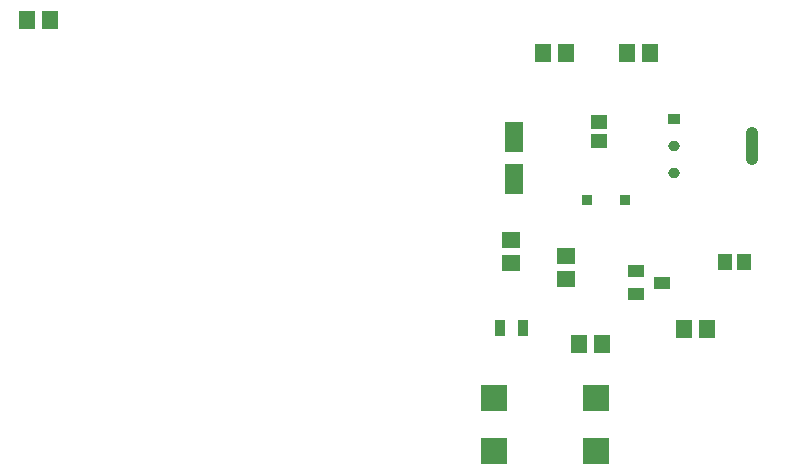
<source format=gtp>
G04*
G04 #@! TF.GenerationSoftware,Altium Limited,Altium Designer,24.0.1 (36)*
G04*
G04 Layer_Color=8421504*
%FSLAX44Y44*%
%MOMM*%
G71*
G04*
G04 #@! TF.SameCoordinates,FD3C0853-ED46-42AC-B4CA-2F3423561DDA*
G04*
G04*
G04 #@! TF.FilePolarity,Positive*
G04*
G01*
G75*
%ADD16R,2.2000X2.2000*%
%ADD17R,1.4000X1.5500*%
%ADD18R,1.4562X1.3046*%
%ADD19R,1.6000X2.6000*%
%ADD20R,1.3500X1.5500*%
%ADD21R,1.0043X0.8721*%
G04:AMPARAMS|DCode=22|XSize=1.0043mm|YSize=0.8721mm|CornerRadius=0.4361mm|HoleSize=0mm|Usage=FLASHONLY|Rotation=0.000|XOffset=0mm|YOffset=0mm|HoleType=Round|Shape=RoundedRectangle|*
%AMROUNDEDRECTD22*
21,1,1.0043,0.0000,0,0,0.0*
21,1,0.1322,0.8721,0,0,0.0*
1,1,0.8721,0.0661,0.0000*
1,1,0.8721,-0.0661,0.0000*
1,1,0.8721,-0.0661,0.0000*
1,1,0.8721,0.0661,0.0000*
%
%ADD22ROUNDEDRECTD22*%
G04:AMPARAMS|DCode=23|XSize=1.0043mm|YSize=3.1821mm|CornerRadius=0.4369mm|HoleSize=0mm|Usage=FLASHONLY|Rotation=0.000|XOffset=0mm|YOffset=0mm|HoleType=Round|Shape=RoundedRectangle|*
%AMROUNDEDRECTD23*
21,1,1.0043,2.3084,0,0,0.0*
21,1,0.1306,3.1821,0,0,0.0*
1,1,0.8737,0.0653,-1.1542*
1,1,0.8737,-0.0653,-1.1542*
1,1,0.8737,-0.0653,1.1542*
1,1,0.8737,0.0653,1.1542*
%
%ADD23ROUNDEDRECTD23*%
%ADD24R,1.3046X1.4562*%
%ADD25R,0.9000X0.9500*%
%ADD26R,0.9500X1.4500*%
%ADD27R,1.4000X1.0000*%
%ADD28R,1.5500X1.3500*%
D16*
X889910Y709210D02*
D03*
X803910D02*
D03*
Y664210D02*
D03*
X889910D02*
D03*
D17*
X964590Y767080D02*
D03*
X983590D02*
D03*
X845210Y1000760D02*
D03*
X864210D02*
D03*
X875690Y754380D02*
D03*
X894690D02*
D03*
X916330Y1000760D02*
D03*
X935330D02*
D03*
D18*
X892810Y926224D02*
D03*
Y942340D02*
D03*
D19*
X820420Y929860D02*
D03*
Y893860D02*
D03*
D20*
X408080Y1028700D02*
D03*
X427580D02*
D03*
D21*
X956310Y944920D02*
D03*
D22*
Y922020D02*
D03*
Y899120D02*
D03*
D23*
X1022210Y922020D02*
D03*
D24*
X1015168Y824230D02*
D03*
X999052D02*
D03*
D25*
X882650Y876300D02*
D03*
X914150D02*
D03*
D26*
X828490Y768350D02*
D03*
X808990D02*
D03*
D27*
X945720Y806450D02*
D03*
X923720Y796950D02*
D03*
Y815950D02*
D03*
D28*
X864870Y809810D02*
D03*
Y829310D02*
D03*
X817880Y823370D02*
D03*
Y842870D02*
D03*
M02*

</source>
